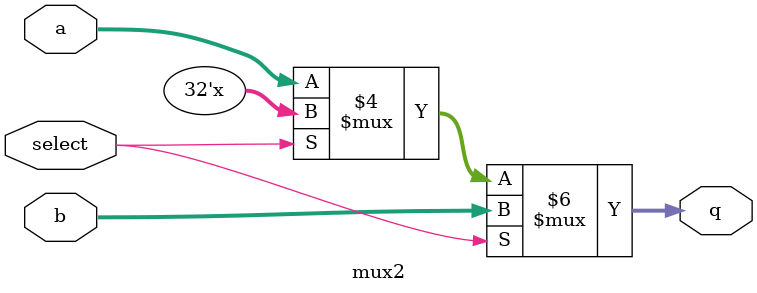
<source format=v>
`timescale 1ns / 1ps
module mux2(input select, input [31:0] a, input [31:0] b, output reg [31:0] q
    );



wire[31:0] a,b;

always @(select or a or b)
begin
   if( select == 1'b0)
	begin
      q <= a;
	end
   if( select == 1'b1)
	begin
      q <= b;
	end
end
endmodule

</source>
